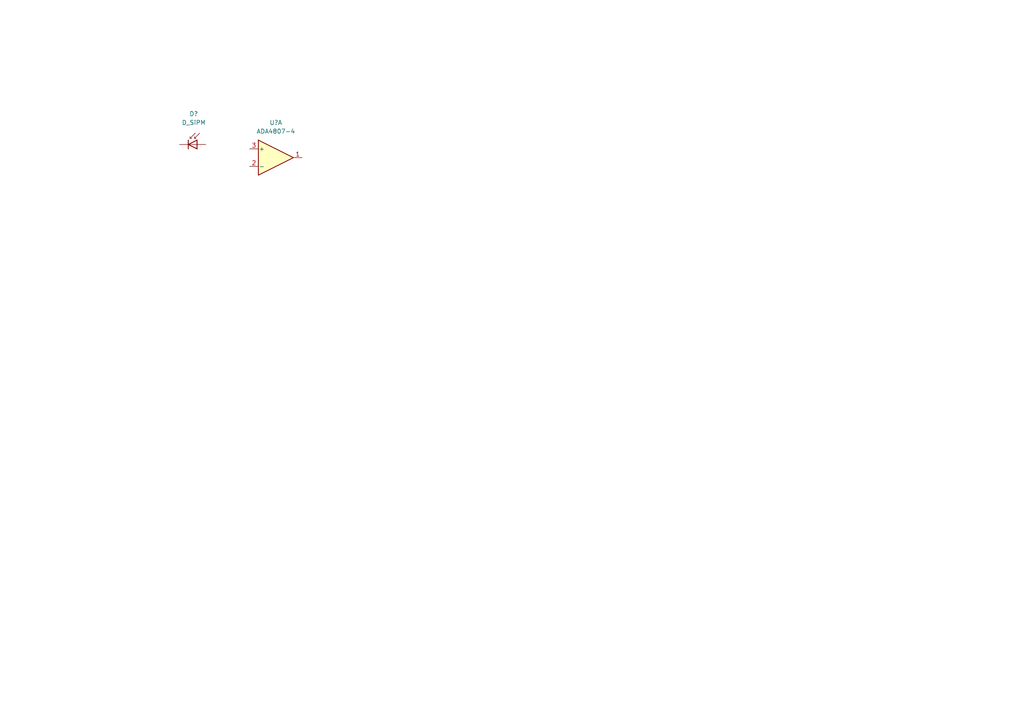
<source format=kicad_sch>
(kicad_sch (version 20211123) (generator eeschema)
  (paper "A4")
  (lib_symbols
    (symbol "Amplifier_Operational:ADA4807-4" (pin_names (offset 0.127))
      (property "Reference" "U" (at 0 5.08 0))
      (property "Value" "ADA4807-4" (at 0 -5.08 0))
      (symbol "ADA4807-4_1_1"
        (polyline (pts (xy -5.08 5.08) (xy 5.08 0) (xy -5.08 -5.08) (xy -5.08 5.08)) (stroke (width 0.254)) (fill (type background)))
        (pin output line (at 7.62 0 180) (length 2.54) (name "~") (number "1"))
        (pin input line (at -7.62 -2.54 0) (length 2.54) (name "-") (number "2"))
        (pin input line (at -7.62 2.54 0) (length 2.54) (name "+") (number "3"))
      )
      (symbol "ADA4807-4_2_1"
        (polyline (pts (xy -5.08 5.08) (xy 5.08 0) (xy -5.08 -5.08) (xy -5.08 5.08)) (stroke (width 0.254)) (fill (type background)))
        (pin input line (at -7.62 2.54 0) (length 2.54) (name "+") (number "5"))
        (pin input line (at -7.62 -2.54 0) (length 2.54) (name "-") (number "6"))
        (pin output line (at 7.62 0 180) (length 2.54) (name "~") (number "7"))
      )
      (symbol "ADA4807-4_3_1"
        (polyline (pts (xy -5.08 5.08) (xy 5.08 0) (xy -5.08 -5.08) (xy -5.08 5.08)) (stroke (width 0.254)) (fill (type background)))
        (pin input line (at -7.62 2.54 0) (length 2.54) (name "+") (number "10"))
        (pin output line (at 7.62 0 180) (length 2.54) (name "~") (number "8"))
        (pin input line (at -7.62 -2.54 0) (length 2.54) (name "-") (number "9"))
      )
      (symbol "ADA4807-4_4_1"
        (polyline (pts (xy -5.08 5.08) (xy 5.08 0) (xy -5.08 -5.08) (xy -5.08 5.08)) (stroke (width 0.254)) (fill (type background)))
        (pin input line (at -7.62 2.54 0) (length 2.54) (name "+") (number "12"))
        (pin input line (at -7.62 -2.54 0) (length 2.54) (name "-") (number "13"))
        (pin output line (at 7.62 0 180) (length 2.54) (name "~") (number "14"))
      )
      (symbol "ADA4807-4_5_1"
        (pin power_in line (at -2.54 -7.62 90) (length 3.81) (name "V-") (number "11"))
        (pin power_in line (at -2.54 7.62 270) (length 3.81) (name "V+") (number "4"))
      )
    )
    (symbol "Device:D_SiPM" (pin_numbers hide) (pin_names hide)
      (property "Reference" "D" (at 1.778 1.778 0))
      (property "Value" "D_SiPM" (at 0.254 -2.794 0))
      (symbol "D_SiPM_0_1"
        (polyline (pts (xy -1.27 0) (xy 1.27 0)))
        (polyline (pts (xy -1.27 1.27) (xy -1.27 -1.27)) (stroke (width 0.254)))
        (polyline (pts (xy -0.762 1.778) (xy -0.254 1.778)))
        (polyline (pts (xy 1.27 1.27) (xy 1.27 -1.27)) (stroke (width 0.254)))
        (polyline (pts (xy 0.762 3.302) (xy -0.762 1.778) (xy -0.762 2.286)))
        (polyline (pts (xy 1.27 1.27) (xy -1.27 0) (xy 1.27 -1.27)) (stroke (width 0.254)))
        (polyline (pts (xy 2.032 3.302) (xy 0.508 1.778) (xy 0.508 2.286) (xy 0.508 1.778) (xy 1.016 1.778)))
      )
      (symbol "D_SiPM_1_1"
        (pin passive line (at -3.81 0 0) (length 2.54) (name "K") (number "1"))
        (pin passive line (at 3.81 0 180) (length 2.54) (name "A") (number "2"))
      )
    )
  )
  (symbol (lib_id "Device:D_SiPM") (at 55.88 41.91 0) (unit 1)
    (property "Reference" "D?" (at 56.1975 33.02 0))
    (property "Value" "D_SiPM" (at 56.1975 35.56 0))
  )
  (symbol (lib_id "Amplifier_Operational:ADA4807-4") (at 80.01 45.72 0) (unit 1)
    (property "Reference" "U?" (at 80.01 35.56 0))
    (property "Value" "ADA4807-4" (at 80.01 38.1 0))
    (property "Datasheet" "https://www.analog.com/media/en/technical-documentation/data-sheets/ADA4807-1_4807-2_4807-4.pdf" (effects hide))
  )
)
</source>
